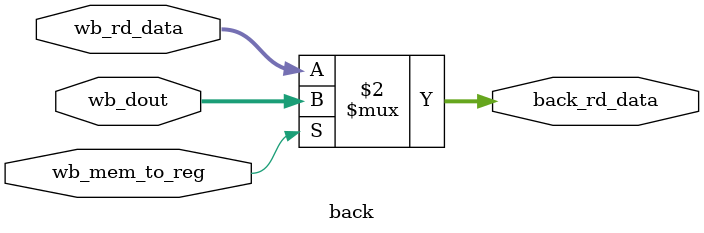
<source format=sv>
module back (
    input wb_mem_to_reg,
    input [31:0] wb_rd_data,
    input [31:0] wb_dout,

    output logic [31:0] back_rd_data
);

assign back_rd_data = (wb_mem_to_reg == 1'b0)? wb_rd_data : wb_dout;

endmodule
</source>
